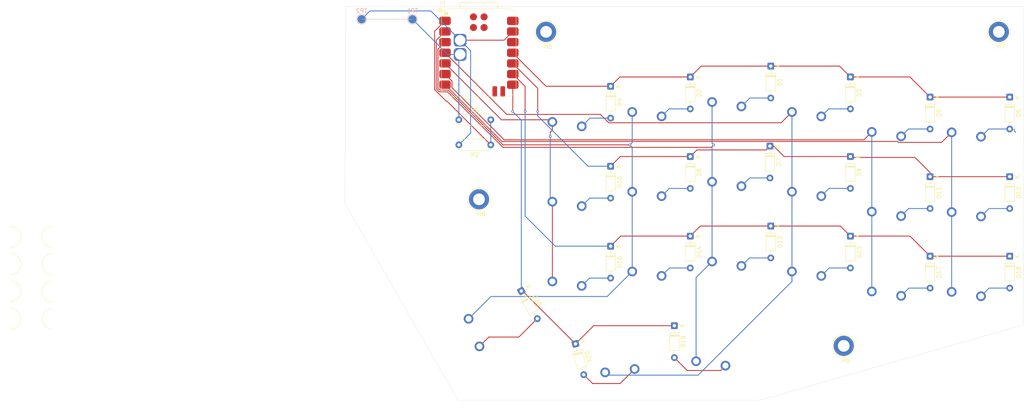
<source format=kicad_pcb>
(kicad_pcb (version 20241229) (generator "pcbnew") (generator_version "9.0")
  (layers (0 "F.Cu" signal) (2 "B.Cu" signal) (13 "F.Paste" user) (15 "B.Paste" user) (5 "F.SilkS" user "F.Silkscreen") (7 "B.SilkS" user "B.Silkscreen") (1 "F.Mask" user) (3 "B.Mask" user) (25 "Edge.Cuts" user))
  (net 0 "")
  (net 1 "Row1")
  (net 2 "Net-(D1-A)")
  (net 3 "Net-(D2-A)")
  (net 4 "Net-(D3-A)")
  (net 5 "Net-(D4-A)")
  (net 6 "Net-(D5-A)")
  (net 7 "Net-(D6-A)")
  (net 8 "Net-(D7-A)")
  (net 9 "Net-(D8-A)")
  (net 10 "Net-(D9-A)")
  (net 11 "Net-(D10-A)")
  (net 12 "Net-(D11-A)")
  (net 13 "Net-(D12-A)")
  (net 14 "Net-(D13-A)")
  (net 15 "Row2")
  (net 16 "Net-(D14-A)")
  (net 17 "Net-(D15-A)")
  (net 18 "Net-(D16-A)")
  (net 19 "Net-(D17-A)")
  (net 20 "Net-(D18-A)")
  (net 21 "Net-(D19-A)")
  (net 22 "Net-(D20-A)")
  (net 23 "Net-(D21-A)")
  (net 24 "Row3")
  (net 25 "Row4")
  (net 26 "BTPin")
  (net 27 "VBAT")
  (net 28 "GND")
  (net 29 "Col1")
  (net 30 "Col2")
  (net 31 "Col3")
  (net 32 "Col4")
  (net 33 "Col5")
  (net 34 "Col6")
  (footprint "Diode_THT:D_DO-35_SOD27_P7.62mm_Horizontal" (layer "F.Cu") (at 174.4 91.19 -90)
    (property "Reference" "D16")
    (property "Value" "D")
  )
  (footprint "GateronKS33Solder:Gateron-KS33-Solderable-1U" (layer "F.Cu") (at 164.9 94.925)
    (property "Reference" "SW16")
    (property "Value" "SW_Push")
  )
  (footprint "GateronKS33Solder:Gateron-KS33-Solderable-1U" (layer "F.Cu") (at 241.1 97.30625)
    (property "Reference" "SW17")
    (property "Value" "SW_Push")
  )
  (footprint "Panelization:mouse-bite-5mm-slot" (layer "F.Cu") (at 36.236 108.5195)
    (property "Reference" "H4" (hide yes))
    (property "Value" "MountingHole" (hide yes))
  )
  (footprint "Diode_THT:D_DO-35_SOD27_P7.62mm_Horizontal" (layer "F.Cu") (at 153.095 101.900443 -60)
    (property "Reference" "D20")
    (property "Value" "D")
  )
  (footprint "Panelization:mouse-bite-5mm-slot" (layer "F.Cu") (at 36.236 89.0195)
    (property "Reference" "H1" (hide yes))
    (property "Value" "MountingHole" (hide yes))
  )
  (footprint "TestPoint:TestPoint_Loop_D3.80mm_Drill2.8mm" (layer "F.Cu") (at 267 40)
    (property "Reference" "H7")
    (property "Value" "MountingHole")
  )
  (footprint "GateronKS33Solder:Gateron-KS33-Solderable-1U" (layer "F.Cu") (at 164.9 56.825)
    (property "Reference" "SW4")
    (property "Value" "SW_Push")
  )
  (footprint "Diode_THT:D_DO-35_SOD27_P7.62mm_Horizontal" (layer "F.Cu") (at 231.6 69.78 -90)
    (property "Reference" "D9")
    (property "Value" "D")
  )
  (footprint "GateronKS33Solder:Gateron-KS33-Solderable-1U" (layer "F.Cu") (at 222.05 73.49375)
    (property "Reference" "SW9")
    (property "Value" "SW_Push")
  )
  (footprint "Diode_THT:D_DO-35_SOD27_P7.62mm_Horizontal" (layer "F.Cu") (at 174.4 52.99 -90)
    (property "Reference" "D4")
    (property "Value" "D")
  )
  (footprint "Diode_THT:D_DO-35_SOD27_P7.62mm_Horizontal" (layer "F.Cu") (at 250.6 55.59 -90)
    (property "Reference" "D5")
    (property "Value" "D")
  )
  (footprint "Diode_THT:D_DO-35_SOD27_P7.62mm_Horizontal" (layer "F.Cu") (at 212.6 86.38 -90)
    (property "Reference" "D13")
    (property "Value" "D")
  )
  (footprint "TestPoint:TestPoint_Loop_D3.80mm_Drill2.8mm" (layer "F.Cu") (at 143 80)
    (property "Reference" "H8")
    (property "Value" "MountingHole")
  )
  (footprint "Diode_THT:D_DO-35_SOD27_P7.62mm_Horizontal" (layer "F.Cu") (at 269.6 55.59 -90)
    (property "Reference" "D6")
    (property "Value" "D")
  )
  (footprint "GateronKS33Solder:Gateron-KS33-Solderable-1U" (layer "F.Cu") (at 183.95 92.54375)
    (property "Reference" "SW14")
    (property "Value" "SW_Push")
  )
  (footprint "Diode_THT:D_DO-35_SOD27_P7.62mm_Horizontal" (layer "F.Cu") (at 193.4 50.79 -90)
    (property "Reference" "D2")
    (property "Value" "D")
  )
  (footprint "GateronKS33Solder:Gateron-KS33-Solderable-1U" (layer "F.Cu") (at 203 71.1125)
    (property "Reference" "SW7")
    (property "Value" "SW_Push")
  )
  (footprint "GateronKS33Solder:Gateron-KS33-Solderable-1U" (layer "F.Cu") (at 176.126726 115.653301 15)
    (property "Reference" "SW21")
    (property "Value" "SW_Push")
  )
  (footprint "Panelization:mouse-bite-5mm-slot" (layer "F.Cu") (at 36.236 102.0195)
    (property "Reference" "H3" (hide yes))
    (property "Value" "MountingHole" (hide yes))
  )
  (footprint "GateronKS33Solder:Gateron-KS33-Solderable-1U" (layer "F.Cu") (at 199.19 113.975)
    (property "Reference" "SW19")
    (property "Value" "SW_Push")
  )
  (footprint "Diode_THT:D_DO-35_SOD27_P7.62mm_Horizontal" (layer "F.Cu") (at 269.6 74.585 -90)
    (property "Reference" "D12")
    (property "Value" "D")
  )
  (footprint "GateronKS33Solder:Gateron-KS33-Solderable-1U" (layer "F.Cu") (at 203 90.1625)
    (property "Reference" "SW13")
    (property "Value" "SW_Push")
  )
  (footprint "Diode_THT:D_DO-35_SOD27_P7.62mm_Horizontal" (layer "F.Cu") (at 193.4 69.785 -90)
    (property "Reference" "D8")
    (property "Value" "D")
  )
  (footprint "Diode_THT:D_DO-35_SOD27_P7.62mm_Horizontal" (layer "F.Cu") (at 231.6 50.78 -90)
    (property "Reference" "D3")
    (property "Value" "D")
  )
  (footprint "GateronKS33Solder:Gateron-KS33-Solderable-1U" (layer "F.Cu") (at 222.05 92.54375)
    (property "Reference" "SW15")
    (property "Value" "SW_Push")
  )
  (footprint "Diode_THT:D_DO-35_SOD27_P7.62mm_Horizontal" (layer "F.Cu") (at 212.6 48.19 -90)
    (property "Reference" "D1")
    (property "Value" "D")
  )
  (footprint "Resistor_THT:R_Axial_DIN0207_L6.3mm_D2.5mm_P7.62mm_Horizontal" (layer "F.Cu") (at 145.81 67 180)
    (property "Reference" "R2")
    (property "Value" "R")
  )
  (footprint "Diode_THT:D_DO-35_SOD27_P7.62mm_Horizontal" (layer "F.Cu") (at 174.4 72.09 -90)
    (property "Reference" "D10")
    (property "Value" "D")
  )
  (footprint "GateronKS33Solder:Gateron-KS33-Solderable-1U" (layer "F.Cu") (at 260.15 59.3015)
    (property "Reference" "SW6")
    (property "Value" "SW_Push")
  )
  (footprint "TestPoint:TestPoint_Loop_D3.80mm_Drill2.8mm" (layer "F.Cu") (at 159 40)
    (property "Reference" "H5")
    (property "Value" "MountingHole")
  )
  (footprint "Diode_THT:D_DO-35_SOD27_P7.62mm_Horizontal" (layer "F.Cu") (at 189.6 110.19 -90)
    (property "Reference" "D19")
    (property "Value" "D")
  )
  (footprint "GateronKS33Solder:Gateron-KS33-Solderable-1U" (layer "F.Cu") (at 241.1 59.20625)
    (property "Reference" "SW5")
    (property "Value" "SW_Push")
  )
  (footprint "GateronKS33Solder:Gateron-KS33-Solderable-1U" (layer "F.Cu") (at 260.15 97.4015)
    (property "Reference" "SW18")
    (property "Value" "SW_Push")
  )
  (footprint "Diode_THT:D_DO-35_SOD27_P7.62mm_Horizontal" (layer "F.Cu") (at 269.6 93.58 -90)
    (property "Reference" "D18")
    (property "Value" "D")
  )
  (footprint "GateronKS33Solder:Gateron-KS33-Solderable-1U" (layer "F.Cu") (at 183.95 73.49375)
    (property "Reference" "SW8")
    (property "Value" "SW_Push")
  )
  (footprint "GateronKS33Solder:Gateron-KS33-Solderable-1U" (layer "F.Cu") (at 260.15 78.3515)
    (property "Reference" "SW12")
    (property "Value" "SW_Push")
  )
  (footprint "Diode_THT:D_DO-35_SOD27_P7.62mm_Horizontal" (layer "F.Cu") (at 193.4 88.78 -90)
    (property "Reference" "D14")
    (property "Value" "D")
  )
  (footprint "Diode_THT:D_DO-35_SOD27_P7.62mm_Horizontal" (layer "F.Cu") (at 212.4 67.285 -90)
    (property "Reference" "D7")
    (property "Value" "D")
  )
  (footprint "Diode_THT:D_DO-35_SOD27_P7.62mm_Horizontal" (layer "F.Cu") (at 250.6 74.585 -90)
    (property "Reference" "D11")
    (property "Value" "D")
  )
  (footprint "Diode_THT:D_DO-35_SOD27_P7.62mm_Horizontal" (layer "F.Cu") (at 250.6 93.58 -90)
    (property "Reference" "D17")
    (property "Value" "D")
  )
  (footprint "GateronKS33Solder:Gateron-KS33-Solderable-1U" (layer "F.Cu") (at 164.9 75.875)
    (property "Reference" "SW10")
    (property "Value" "SW_Push")
  )
  (footprint "GateronKS33Solder:Gateron-KS33-Solderable-1U" (layer "F.Cu") (at 183.95 54.44375)
    (property "Reference" "SW2")
    (property "Value" "SW_Push")
  )
  (footprint "GateronKS33Solder:Gateron-KS33-Solderable-1U" (layer "F.Cu") (at 203 52.0625)
    (property "Reference" "SW1")
    (property "Value" "SW_Push")
  )
  (footprint "Moddedxiao:modified-XIAO-nRF52840-SMD" (layer "F.Cu") (at 143 45)
    (property "Reference" "U1")
    (property "Value" "XIAO-nRF52840-SMD")
  )
  (footprint "Panelization:mouse-bite-5mm-slot" (layer "F.Cu") (at 36.236 95.5195)
    (property "Reference" "H2" (hide yes))
    (property "Value" "MountingHole" (hide yes))
  )
  (footprint "GateronKS33Solder:Gateron-KS33-Solderable-1U" (layer "F.Cu") (at 241.1 78.25625)
    (property "Reference" "SW11")
    (property "Value" "SW_Push")
  )
  (footprint "Diode_THT:D_DO-35_SOD27_P7.62mm_Horizontal" (layer "F.Cu") (at 231.6 88.78 -90)
    (property "Reference" "D15")
    (property "Value" "D")
  )
  (footprint "Diode_THT:D_DO-35_SOD27_P7.62mm_Horizontal" (layer "F.Cu") (at 166.0139 114.519823 -75)
    (property "Reference" "D21")
    (property "Value" "D")
  )
  (footprint "TestPoint:TestPoint_Loop_D3.80mm_Drill2.8mm" (layer "F.Cu") (at 230 115)
    (property "Reference" "H6")
    (property "Value" "MountingHole")
  )
  (footprint "GateronKS33Solder:Gateron-KS33-Solderable-2U" (layer "F.Cu") (at 146.7875 110 -60)
    (property "Reference" "SW20")
    (property "Value" "SW_Push")
  )
  (footprint "GateronKS33Solder:Gateron-KS33-Solderable-1U" (layer "F.Cu") (at 222.05 54.44375)
    (property "Reference" "SW3")
    (property "Value" "SW_Push")
  )
  (footprint "Resistor_THT:R_Axial_DIN0207_L6.3mm_D2.5mm_P7.62mm_Horizontal" (layer "F.Cu") (at 138.19 61)
    (property "Reference" "R1")
    (property "Value" "R")
  )
  (footprint "TestPoint:TestPoint_Pad_D2.0mm" (layer "B.Cu") (at 127.12381 37 180)
    (property "Reference" "TP1")
    (property "Value" "BAT")
  )
  (footprint "TestPoint:TestPoint_Pad_D2.0mm" (layer "B.Cu") (at 115 37 180)
    (property "Reference" "TP2")
    (property "Value" "GND")
  )
  (gr_line (start 115 37) (end 127.12381 37) (stroke (width 0.1)) (layer "B.SilkS"))
  (gr_line (start 272.799472 110) (end 210 128) (stroke (width 0.05)) (layer "Edge.Cuts"))
  (gr_line (start 138 128) (end 210 128) (stroke (width 0.05)) (layer "Edge.Cuts"))
  (gr_line (start 138 128) (end 111 81) (stroke (width 0.05)) (layer "Edge.Cuts"))
  (gr_line (start 273 34) (end 111.2 34) (stroke (width 0.05)) (layer "Edge.Cuts"))
  (gr_line (start 272.799472 110) (end 273 34) (stroke (width 0.05)) (layer "Edge.Cuts"))
  (gr_line (start 111.200855 33.99993) (end 111 81) (stroke (width 0.05)) (layer "Edge.Cuts"))
  (segment (start 270.701 63.701) (end 270.701 63.21) (width 0.2) (layer "B.Cu") (net 0))
  (segment (start 271 64) (end 270.701 63.701) (width 0.2) (layer "B.Cu") (net 0))
  (segment (start 151.055 45.055) (end 152.239 46.239) (width 0.2) (layer "F.Cu") (net 1))
  (segment (start 196 48.19) (end 212.6 48.19) (width 0.2) (layer "F.Cu") (net 1))
  (segment (start 245.79 50.78) (end 250.6 55.59) (width 0.2) (layer "F.Cu") (net 1))
  (segment (start 229.01 48.19) (end 231.6 50.78) (width 0.2) (layer "F.Cu") (net 1))
  (segment (start 176.6 50.79) (end 193.4 50.79) (width 0.2) (layer "F.Cu") (net 1))
  (segment (start 151.055 45) (end 151.055 45.055) (width 0.2) (layer "F.Cu") (net 1))
  (segment (start 152.731 46.731) (end 159 53) (width 0.2) (layer "F.Cu") (net 1))
  (segment (start 152.269058 46.239) (end 152.731 46.700942) (width 0.2) (layer "F.Cu") (net 1))
  (segment (start 174.4 52.99) (end 176.6 50.79) (width 0.2) (layer "F.Cu") (net 1))
  (segment (start 193.4 50.79) (end 196 48.19) (width 0.2) (layer "F.Cu") (net 1))
  (segment (start 231.6 50.78) (end 245.79 50.78) (width 0.2) (layer "F.Cu") (net 1))
  (segment (start 212.6 48.19) (end 229.01 48.19) (width 0.2) (layer "F.Cu") (net 1))
  (segment (start 152.731 46.700942) (end 152.731 46.731) (width 0.2) (layer "F.Cu") (net 1))
  (segment (start 250.6 55.59) (end 269.6 55.59) (width 0.2) (layer "F.Cu") (net 1))
  (segment (start 152.239 46.239) (end 152.269058 46.239) (width 0.2) (layer "F.Cu") (net 1))
  (segment (start 174.39 53) (end 174.4 52.99) (width 0.2) (layer "F.Cu") (net 1))
  (segment (start 159 53) (end 174.39 53) (width 0.2) (layer "F.Cu") (net 1))
  (segment (start 212.6 55.81) (end 207.6025 55.81) (width 0.2) (layer "B.Cu") (net 2))
  (segment (start 207.6025 55.81) (end 205.6 57.8125) (width 0.2) (layer "B.Cu") (net 2))
  (segment (start 193.4 58.41) (end 188.33375 58.41) (width 0.2) (layer "B.Cu") (net 3))
  (segment (start 188.33375 58.41) (end 186.55 60.19375) (width 0.2) (layer "B.Cu") (net 3))
  (segment (start 226.44375 58.4) (end 224.65 60.19375) (width 0.2) (layer "B.Cu") (net 4))
  (segment (start 231.6 58.4) (end 226.44375 58.4) (width 0.2) (layer "B.Cu") (net 4))
  (segment (start 169.465 60.61) (end 167.5 62.575) (width 0.2) (layer "B.Cu") (net 5))
  (segment (start 174.4 60.61) (end 169.465 60.61) (width 0.2) (layer "B.Cu") (net 5))
  (segment (start 250.6 63.21) (end 245.44625 63.21) (width 0.2) (layer "B.Cu") (net 6))
  (segment (start 245.44625 63.21) (end 243.7 64.95625) (width 0.2) (layer "B.Cu") (net 6))
  (segment (start 269.6 63.21) (end 264.5915 63.21) (width 0.2) (layer "B.Cu") (net 7))
  (segment (start 264.5915 63.21) (end 262.75 65.0515) (width 0.2) (layer "B.Cu") (net 7))
  (segment (start 205.6 76.8625) (end 207.5575 74.905) (width 0.2) (layer "B.Cu") (net 8))
  (segment (start 207.5575 74.905) (end 212.4 74.905) (width 0.2) (layer "B.Cu") (net 8))
  (segment (start 188.38875 77.405) (end 193.4 77.405) (width 0.2) (layer "B.Cu") (net 9))
  (segment (start 186.55 79.24375) (end 188.38875 77.405) (width 0.2) (layer "B.Cu") (net 9))
  (segment (start 226.49375 77.4) (end 231.6 77.4) (width 0.2) (layer "B.Cu") (net 10))
  (segment (start 224.65 79.24375) (end 226.49375 77.4) (width 0.2) (layer "B.Cu") (net 10))
  (segment (start 167.5 81.625) (end 169.415 79.71) (width 0.2) (layer "B.Cu") (net 11))
  (segment (start 169.415 79.71) (end 174.4 79.71) (width 0.2) (layer "B.Cu") (net 11))
  (segment (start 243.7 84.00625) (end 245.50125 82.205) (width 0.2) (layer "B.Cu") (net 12))
  (segment (start 245.50125 82.205) (end 250.6 82.205) (width 0.2) (layer "B.Cu") (net 12))
  (segment (start 264.6465 82.205) (end 269.6 82.205) (width 0.2) (layer "B.Cu") (net 13))
  (segment (start 262.75 84.1015) (end 264.6465 82.205) (width 0.2) (layer "B.Cu") (net 13))
  (segment (start 205.6 95.9125) (end 207.5125 94) (width 0.2) (layer "B.Cu") (net 14))
  (segment (start 207.5125 94) (end 212.6 94) (width 0.2) (layer "B.Cu") (net 14))
  (segment (start 250.6 73.6) (end 250.6 74.585) (width 0.2) (layer "F.Cu") (net 15))
  (segment (start 211.4735 68.2115) (end 212.4 67.285) (width 0.2) (layer "F.Cu") (net 15))
  (segment (start 193.4 69.785) (end 194.9735 68.2115) (width 0.2) (layer "F.Cu") (net 15))
  (segment (start 232 70) (end 247 70) (width 0.2) (layer "F.Cu") (net 15))
  (segment (start 174.4 72.09) (end 176.705 69.785) (width 0.2) (layer "F.Cu") (net 15))
  (segment (start 194.9735 68.2115) (end 211.4735 68.2115) (width 0.2) (layer "F.Cu") (net 15))
  (segment (start 212.4 67.285) (end 213.285 67.285) (width 0.2) (layer "F.Cu") (net 15))
  (segment (start 247 70) (end 250.6 73.6) (width 0.2) (layer "F.Cu") (net 15))
  (segment (start 151.055 47.54) (end 157 53.485) (width 0.2) (layer "F.Cu") (net 15))
  (segment (start 176.705 69.785) (end 193.4 69.785) (width 0.2) (layer "F.Cu") (net 15))
  (segment (start 231.78 69.78) (end 232 70) (width 0.2) (layer "F.Cu") (net 15))
  (segment (start 250.6 74.585) (end 269.6 74.585) (width 0.2) (layer "F.Cu") (net 15))
  (segment (start 231.6 69.78) (end 231.78 69.78) (width 0.2) (layer "F.Cu") (net 15))
  (segment (start 157 53.485) (end 157 59) (width 0.2) (layer "F.Cu") (net 15))
  (segment (start 215.78 69.78) (end 231.6 69.78) (width 0.2) (layer "F.Cu") (net 15))
  (segment (start 213.285 67.285) (end 215.78 69.78) (width 0.2) (layer "F.Cu") (net 15))
  (via (at 157 59) (size 0.6) (drill 0.3) (layers "F.Cu" "B.Cu") (net 15))
  (segment (start 169.012976 72.09) (end 174.4 72.09) (width 0.2) (layer "B.Cu") (net 15))
  (segment (start 157 59) (end 157 60.077024) (width 0.2) (layer "B.Cu") (net 15))
  (segment (start 157 60.077024) (end 169.012976 72.09) (width 0.2) (layer "B.Cu") (net 15))
  (segment (start 188.44375 96.4) (end 193.4 96.4) (width 0.2) (layer "B.Cu") (net 16))
  (segment (start 186.55 98.29375) (end 188.44375 96.4) (width 0.2) (layer "B.Cu") (net 16))
  (segment (start 226.54375 96.4) (end 231.6 96.4) (width 0.2) (layer "B.Cu") (net 17))
  (segment (start 224.65 98.29375) (end 226.54375 96.4) (width 0.2) (layer "B.Cu") (net 17))
  (segment (start 169.365 98.81) (end 174.4 98.81) (width 0.2) (layer "B.Cu") (net 18))
  (segment (start 167.5 100.675) (end 169.365 98.81) (width 0.2) (layer "B.Cu") (net 18))
  (segment (start 243.7 103.05625) (end 245.55625 101.2) (width 0.2) (layer "B.Cu") (net 19))
  (segment (start 245.55625 101.2) (end 250.6 101.2) (width 0.2) (layer "B.Cu") (net 19))
  (segment (start 262.75 103.1515) (end 264.7015 101.2) (width 0.2) (layer "B.Cu") (net 20))
  (segment (start 264.7015 101.2) (end 269.6 101.2) (width 0.2) (layer "B.Cu") (net 20))
  (segment (start 192.665 120.875) (end 189.6 117.81) (width 0.2) (layer "F.Cu") (net 21))
  (segment (start 201.79 119.725) (end 200.64 120.875) (width 0.2) (layer "F.Cu") (net 21))
  (segment (start 200.64 120.875) (end 192.665 120.875) (width 0.2) (layer "F.Cu") (net 21))
  (segment (start 156.905 108.499557) (end 152.503557 112.901) (width 0.2) (layer "F.Cu") (net 22))
  (segment (start 145.33352 112.901) (end 143.107854 115.126666) (width 0.2) (layer "F.Cu") (net 22))
  (segment (start 152.503557 112.901) (end 145.33352 112.901) (width 0.2) (layer "F.Cu") (net 22))
  (segment (start 176.660788 124) (end 170.105923 124) (width 0.2) (layer "F.Cu") (net 23))
  (segment (start 180.126343 120.534445) (end 176.660788 124) (width 0.2) (layer "F.Cu") (net 23))
  (segment (start 170.105923 124) (end 167.986101 121.880178) (width 0.2) (layer "F.Cu") (net 23))
  (segment (start 154 53.025) (end 154 59) (width 0.2) (layer "F.Cu") (net 24))
  (segment (start 193.4 88.78) (end 195.8 86.38) (width 0.2) (layer "F.Cu") (net 24))
  (segment (start 245.8 88.78) (end 250.6 93.58) (width 0.2) (layer "F.Cu") (net 24))
  (segment (start 212.6 86.38) (end 229.2 86.38) (width 0.2) (layer "F.Cu") (net 24))
  (segment (start 176.81 88.78) (end 193.4 88.78) (width 0.2) (layer "F.Cu") (net 24))
  (segment (start 195.8 86.38) (end 212.6 86.38) (width 0.2) (layer "F.Cu") (net 24))
  (segment (start 231.6 88.78) (end 245.8 88.78) (width 0.2) (layer "F.Cu") (net 24))
  (segment (start 151.055 50.08) (end 154 53.025) (width 0.2) (layer "F.Cu") (net 24))
  (segment (start 174.4 91.19) (end 176.81 88.78) (width 0.2) (layer "F.Cu") (net 24))
  (segment (start 250.6 93.58) (end 269.6 93.58) (width 0.2) (layer "F.Cu") (net 24))
  (segment (start 229.2 86.38) (end 231.6 88.78) (width 0.2) (layer "F.Cu") (net 24))
  (via (at 154 59) (size 0.6) (drill 0.3) (layers "F.Cu" "B.Cu") (net 24))
  (segment (start 154 59) (end 154 84) (width 0.2) (layer "B.Cu") (net 24))
  (segment (start 161.19 91.19) (end 174.4 91.19) (width 0.2) (layer "B.Cu") (net 24))
  (segment (start 154 84) (end 161.19 91.19) (width 0.2) (layer "B.Cu") (net 24))
  (segment (start 151.055 52.62) (end 151.055 58.945) (width 0.2) (layer "F.Cu") (net 25))
  (segment (start 166.0139 114.519823) (end 153.39452 101.900443) (width 0.2) (layer "F.Cu") (net 25))
  (segment (start 170.343723 110.19) (end 166.0139 114.519823) (width 0.2) (layer "F.Cu") (net 25))
  (segment (start 153.39452 101.900443) (end 153.095 101.900443) (width 0.2) (layer "F.Cu") (net 25))
  (segment (start 189.6 110.19) (end 170.343723 110.19) (width 0.2) (layer "F.Cu") (net 25))
  (segment (start 151.055 58.945) (end 151 59) (width 0.2) (layer "F.Cu") (net 25))
  (via (at 151 59) (size 0.6) (drill 0.3) (layers "F.Cu" "B.Cu") (net 25))
  (segment (start 151 59) (end 153.095 61.095) (width 0.2) (layer "B.Cu") (net 25))
  (segment (start 153.095 61.095) (end 153.095 101.900443) (width 0.2) (layer "B.Cu") (net 25))
  (segment (start 135.376 56.566) (end 145.81 67) (width 0.2) (layer "F.Cu") (net 26))
  (segment (start 132.412 39.858) (end 132.412 53.791258) (width 0.2) (layer "F.Cu") (net 26))
  (segment (start 134.89 37.38) (end 132.412 39.858) (width 0.2) (layer "F.Cu") (net 26))
  (segment (start 132.412 53.791258) (end 135.186742 56.566) (width 0.2) (layer "F.Cu") (net 26))
  (segment (start 135.186742 56.566) (end 135.376 56.566) (width 0.2) (layer "F.Cu") (net 26))
  (segment (start 145.81 61) (end 145.81 67) (width 0.2) (layer "B.Cu") (net 26))
  (segment (start 127.12381 37) (end 135.52381 45.4) (width 0.2) (layer "B.Cu") (net 27))
  (segment (start 138.19 61) (end 138.19 45.71) (width 0.2) (layer "B.Cu") (net 27))
  (segment (start 138.19 45.71) (end 138.5 45.4) (width 0.2) (layer "B.Cu") (net 27))
  (segment (start 135.52381 45.4) (end 138.5 45.4) (width 0.2) (layer "B.Cu") (net 27))
  (segment (start 148.975 42) (end 138.5 42) (width 0.2) (layer "F.Cu") (net 28))
  (segment (start 151.055 39.92) (end 148.975 42) (width 0.2) (layer "F.Cu") (net 28))
  (segment (start 141 44.5) (end 138.5 42) (width 0.2) (layer "B.Cu") (net 28))
  (segment (start 141 64.19) (end 141 44.5) (width 0.2) (layer "B.Cu") (net 28))
  (segment (start 117 35) (end 115 37) (width 0.2) (layer "B.Cu") (net 28))
  (segment (start 131.5 35) (end 117 35) (width 0.2) (layer "B.Cu") (net 28))
  (segment (start 138.19 67) (end 141 64.19) (width 0.2) (layer "B.Cu") (net 28))
  (segment (start 138.5 42) (end 131.5 35) (width 0.2) (layer "B.Cu") (net 28))
  (segment (start 133.509842 54.322) (end 135.4578 54.322) (width 0.2) (layer "F.Cu") (net 29))
  (segment (start 132.813 53.625158) (end 133.509842 54.322) (width 0.2) (layer "F.Cu") (net 29))
  (segment (start 134.89 39.92) (end 132.813 41.997) (width 0.2) (layer "F.Cu") (net 29))
  (segment (start 132.813 41.997) (end 132.813 53.625158) (width 0.2) (layer "F.Cu") (net 29))
  (segment (start 198.399 67.601) (end 199 67) (width 0.2) (layer "F.Cu") (net 29))
  (segment (start 148.7368 67.601) (end 198.399 67.601) (width 0.2) (layer "F.Cu") (net 29))
  (segment (start 135.4578 54.322) (end 148.7368 67.601) (width 0.2) (layer "F.Cu") (net 29))
  (via (at 199 67) (size 0.6) (drill 0.3) (layers "F.Cu" "B.Cu") (net 29))
  (segment (start 198.6 67.4) (end 199 67) (width 0.2) (layer "B.Cu") (net 29))
  (segment (start 198.6 66.6) (end 198.6 56.7625) (width 0.2) (layer "B.Cu") (net 29))
  (segment (start 198.6 94.8625) (end 198.6 67.4) (width 0.2) (layer "B.Cu") (net 29))
  (segment (start 194.79 98.6725) (end 194.79 118.675) (width 0.2) (layer "B.Cu") (net 29))
  (segment (start 199 67) (end 198.6 66.6) (width 0.2) (layer "B.Cu") (net 29))
  (segment (start 198.6 94.8625) (end 194.79 98.6725) (width 0.2) (layer "B.Cu") (net 29))
  (segment (start 135.6239 53.921) (end 148.7029 67) (width 0.2) (layer "F.Cu") (net 30))
  (segment (start 133.675942 53.921) (end 135.6239 53.921) (width 0.2) (layer "F.Cu") (net 30))
  (segment (start 133.214 44.136) (end 133.214 53.459058) (width 0.2) (layer "F.Cu") (net 30))
  (segment (start 148.7029 67) (end 179 67) (width 0.2) (layer "F.Cu") (net 30))
  (segment (start 133.214 53.459058) (end 133.675942 53.921) (width 0.2) (layer "F.Cu") (net 30))
  (segment (start 134.89 42.46) (end 133.214 44.136) (width 0.2) (layer "F.Cu") (net 30))
  (via (at 179 67) (size 0.6) (drill 0.3) (layers "F.Cu" "B.Cu") (net 30))
  (segment (start 179.55 67.55) (end 179 67) (width 0.2) (layer "B.Cu") (net 30))
  (segment (start 179.55 97.24375) (end 179.55 67.55) (width 0.2) (layer "B.Cu") (net 30))
  (segment (start 145.851195 103.205474) (end 173.588276 103.205474) (width 0.2) (layer "B.Cu") (net 30))
  (segment (start 173.588276 103.205474) (end 179.55 97.24375) (width 0.2) (layer "B.Cu") (net 30))
  (segment (start 140.517181 108.539488) (end 145.851195 103.205474) (width 0.2) (layer "B.Cu") (net 30))
  (segment (start 179.55 66.45) (end 179.55 59.14375) (width 0.2) (layer "B.Cu") (net 30))
  (segment (start 179 67) (end 179.55 66.45) (width 0.2) (layer "B.Cu") (net 30))
  (segment (start 171.95895 59.726) (end 173.94395 61.711) (width 0.2) (layer "F.Cu") (net 31))
  (segment (start 215.08275 61.711) (end 217.65 59.14375) (width 0.2) (layer "F.Cu") (net 31))
  (segment (start 149.616 59.726) (end 171.95895 59.726) (width 0.2) (layer "F.Cu") (net 31))
  (segment (start 134.89 45) (end 149.616 59.726) (width 0.2) (layer "F.Cu") (net 31))
  (segment (start 173.94395 61.711) (end 215.08275 61.711) (width 0.2) (layer "F.Cu") (net 31))
  (segment (start 173.093102 121.331956) (end 173.761146 122) (width 0.2) (layer "B.Cu") (net 31))
  (segment (start 195.267634 122) (end 217.65 99.617634) (width 0.2) (layer "B.Cu") (net 31))
  (segment (start 217.65 99.617634) (end 217.65 97.24375) (width 0.2) (layer "B.Cu") (net 31))
  (segment (start 217.65 59.14375) (end 217.65 97.24375) (width 0.2) (layer "B.Cu") (net 31))
  (segment (start 173.761146 122) (end 195.267634 122) (width 0.2) (layer "B.Cu") (net 31))
  (segment (start 160 64) (end 160.5 63.5) (width 0.2) (layer "F.Cu") (net 32))
  (segment (start 160.5 63.5) (end 160.5 61.525) (width 0.2) (layer "F.Cu") (net 32))
  (segment (start 148.35 61) (end 159.975 61) (width 0.2) (layer "F.Cu") (net 32))
  (segment (start 160.5 99.625) (end 160.5 80.575) (width 0.2) (layer "F.Cu") (net 32))
  (segment (start 159.975 61) (end 160.5 61.525) (width 0.2) (layer "F.Cu") (net 32))
  (segment (start 160 65) (end 160 64) (width 0.2) (layer "F.Cu") (net 32))
  (segment (start 134.89 47.54) (end 148.35 61) (width 0.2) (layer "F.Cu") (net 32))
  (via (at 160 65) (size 0.6) (drill 0.3) (layers "F.Cu" "B.Cu") (net 32))
  (segment (start 160.5 80.575) (end 160 80.075) (width 0.2) (layer "B.Cu") (net 32))
  (segment (start 160 80.075) (end 160 65) (width 0.2) (layer "B.Cu") (net 32))
  (segment (start 234.82325 65.783) (end 236.7 63.90625) (width 0.2) (layer "F.Cu") (net 33))
  (segment (start 136.566 51.756) (end 136.566 53.349) (width 0.2) (layer "F.Cu") (net 33))
  (segment (start 136.566 53.349) (end 149 65.783) (width 0.2) (layer "F.Cu") (net 33))
  (segment (start 149 65.783) (end 234.82325 65.783) (width 0.2) (layer "F.Cu") (net 33))
  (segment (start 134.89 50.08) (end 136.566 51.756) (width 0.2) (layer "F.Cu") (net 33))
  (segment (start 236.7 63.90625) (end 236.7 102.00625) (width 0.2) (layer "B.Cu") (net 33))
  (segment (start 134.89 52.62) (end 148.454 66.184) (width 0.2) (layer "F.Cu") (net 34))
  (segment (start 148.454 66.184) (end 242.875726 66.184) (width 0.2) (layer "F.Cu") (net 34))
  (segment (start 253.34425 66.40725) (end 255.75 64.0015) (width 0.2) (layer "F.Cu") (net 34))
  (segment (start 242.875726 66.184) (end 243.098976 66.40725) (width 0.2) (layer "F.Cu") (net 34))
  (segment (start 243.098976 66.40725) (end 253.34425 66.40725) (width 0.2) (layer "F.Cu") (net 34))
  (segment (start 255.75 64.0015) (end 255.75 102.1015) (width 0.2) (layer "B.Cu") (net 34))
)
</source>
